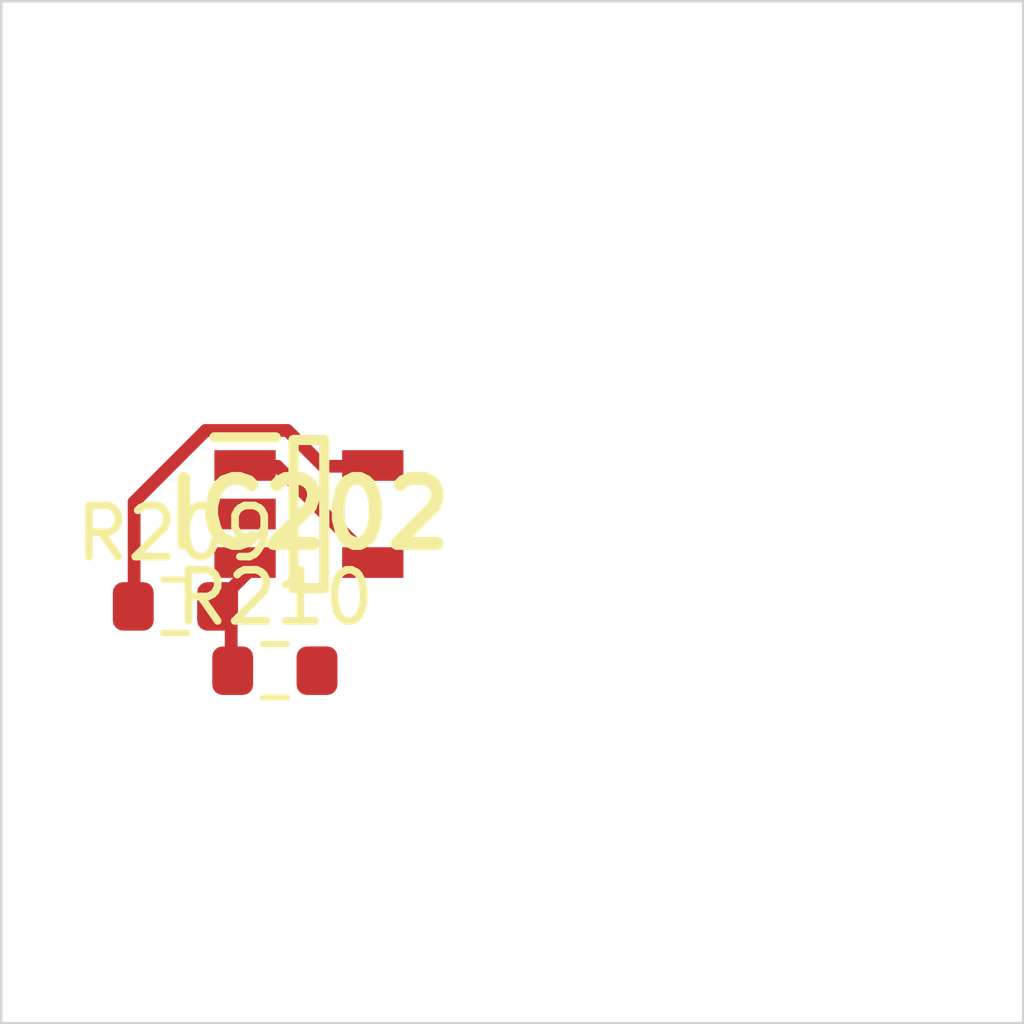
<source format=kicad_pcb>
 ( kicad_pcb  ( version 20171130 )
 ( host pcbnew 5.1.12-84ad8e8a86~92~ubuntu18.04.1 )
 ( general  ( thickness 1.6 )
 ( drawings 4 )
 ( tracks 0 )
 ( zones 0 )
 ( modules 3 )
 ( nets 5 )
)
 ( page A4 )
 ( layers  ( 0 F.Cu signal )
 ( 31 B.Cu signal )
 ( 32 B.Adhes user )
 ( 33 F.Adhes user )
 ( 34 B.Paste user )
 ( 35 F.Paste user )
 ( 36 B.SilkS user )
 ( 37 F.SilkS user )
 ( 38 B.Mask user )
 ( 39 F.Mask user )
 ( 40 Dwgs.User user )
 ( 41 Cmts.User user )
 ( 42 Eco1.User user )
 ( 43 Eco2.User user )
 ( 44 Edge.Cuts user )
 ( 45 Margin user )
 ( 46 B.CrtYd user )
 ( 47 F.CrtYd user )
 ( 48 B.Fab user )
 ( 49 F.Fab user )
)
 ( setup  ( last_trace_width 0.25 )
 ( trace_clearance 0.2 )
 ( zone_clearance 0.508 )
 ( zone_45_only no )
 ( trace_min 0.2 )
 ( via_size 0.8 )
 ( via_drill 0.4 )
 ( via_min_size 0.4 )
 ( via_min_drill 0.3 )
 ( uvia_size 0.3 )
 ( uvia_drill 0.1 )
 ( uvias_allowed no )
 ( uvia_min_size 0.2 )
 ( uvia_min_drill 0.1 )
 ( edge_width 0.05 )
 ( segment_width 0.2 )
 ( pcb_text_width 0.3 )
 ( pcb_text_size 1.5 1.5 )
 ( mod_edge_width 0.12 )
 ( mod_text_size 1 1 )
 ( mod_text_width 0.15 )
 ( pad_size 1.524 1.524 )
 ( pad_drill 0.762 )
 ( pad_to_mask_clearance 0 )
 ( aux_axis_origin 0 0 )
 ( visible_elements FFFFFF7F )
 ( pcbplotparams  ( layerselection 0x010fc_ffffffff )
 ( usegerberextensions false )
 ( usegerberattributes true )
 ( usegerberadvancedattributes true )
 ( creategerberjobfile true )
 ( excludeedgelayer true )
 ( linewidth 0.100000 )
 ( plotframeref false )
 ( viasonmask false )
 ( mode 1 )
 ( useauxorigin false )
 ( hpglpennumber 1 )
 ( hpglpenspeed 20 )
 ( hpglpendiameter 15.000000 )
 ( psnegative false )
 ( psa4output false )
 ( plotreference true )
 ( plotvalue true )
 ( plotinvisibletext false )
 ( padsonsilk false )
 ( subtractmaskfromsilk false )
 ( outputformat 1 )
 ( mirror false )
 ( drillshape 1 )
 ( scaleselection 1 )
 ( outputdirectory "" )
)
)
 ( net 0 "" )
 ( net 1 GND )
 ( net 2 VDDA )
 ( net 3 /Sheet6235D886/vp )
 ( net 4 "Net-(IC202-Pad3)" )
 ( net_class Default "This is the default net class."  ( clearance 0.2 )
 ( trace_width 0.25 )
 ( via_dia 0.8 )
 ( via_drill 0.4 )
 ( uvia_dia 0.3 )
 ( uvia_drill 0.1 )
 ( add_net /Sheet6235D886/vp )
 ( add_net GND )
 ( add_net "Net-(IC202-Pad3)" )
 ( add_net VDDA )
)
 ( module SOT95P280X145-5N locked  ( layer F.Cu )
 ( tedit 62336ED7 )
 ( tstamp 623423ED )
 ( at 86.020900 110.035000 )
 ( descr DBV0005A )
 ( tags "Integrated Circuit" )
 ( path /6235D887/6266C08E )
 ( attr smd )
 ( fp_text reference IC202  ( at 0 0 )
 ( layer F.SilkS )
 ( effects  ( font  ( size 1.27 1.27 )
 ( thickness 0.254 )
)
)
)
 ( fp_text value TL071HIDBVR  ( at 0 0 )
 ( layer F.SilkS )
hide  ( effects  ( font  ( size 1.27 1.27 )
 ( thickness 0.254 )
)
)
)
 ( fp_line  ( start -1.85 -1.5 )
 ( end -0.65 -1.5 )
 ( layer F.SilkS )
 ( width 0.2 )
)
 ( fp_line  ( start -0.3 1.45 )
 ( end -0.3 -1.45 )
 ( layer F.SilkS )
 ( width 0.2 )
)
 ( fp_line  ( start 0.3 1.45 )
 ( end -0.3 1.45 )
 ( layer F.SilkS )
 ( width 0.2 )
)
 ( fp_line  ( start 0.3 -1.45 )
 ( end 0.3 1.45 )
 ( layer F.SilkS )
 ( width 0.2 )
)
 ( fp_line  ( start -0.3 -1.45 )
 ( end 0.3 -1.45 )
 ( layer F.SilkS )
 ( width 0.2 )
)
 ( fp_line  ( start -0.8 -0.5 )
 ( end 0.15 -1.45 )
 ( layer Dwgs.User )
 ( width 0.1 )
)
 ( fp_line  ( start -0.8 1.45 )
 ( end -0.8 -1.45 )
 ( layer Dwgs.User )
 ( width 0.1 )
)
 ( fp_line  ( start 0.8 1.45 )
 ( end -0.8 1.45 )
 ( layer Dwgs.User )
 ( width 0.1 )
)
 ( fp_line  ( start 0.8 -1.45 )
 ( end 0.8 1.45 )
 ( layer Dwgs.User )
 ( width 0.1 )
)
 ( fp_line  ( start -0.8 -1.45 )
 ( end 0.8 -1.45 )
 ( layer Dwgs.User )
 ( width 0.1 )
)
 ( fp_line  ( start -2.1 1.775 )
 ( end -2.1 -1.775 )
 ( layer Dwgs.User )
 ( width 0.05 )
)
 ( fp_line  ( start 2.1 1.775 )
 ( end -2.1 1.775 )
 ( layer Dwgs.User )
 ( width 0.05 )
)
 ( fp_line  ( start 2.1 -1.775 )
 ( end 2.1 1.775 )
 ( layer Dwgs.User )
 ( width 0.05 )
)
 ( fp_line  ( start -2.1 -1.775 )
 ( end 2.1 -1.775 )
 ( layer Dwgs.User )
 ( width 0.05 )
)
 ( pad 1 smd rect  ( at -1.25 -0.95 90.000000 )
 ( size 0.6 1.2 )
 ( layers F.Cu F.Mask F.Paste )
 ( net 3 /Sheet6235D886/vp )
)
 ( pad 2 smd rect  ( at -1.25 0 90.000000 )
 ( size 0.6 1.2 )
 ( layers F.Cu F.Mask F.Paste )
 ( net 1 GND )
)
 ( pad 3 smd rect  ( at -1.25 0.95 90.000000 )
 ( size 0.6 1.2 )
 ( layers F.Cu F.Mask F.Paste )
 ( net 4 "Net-(IC202-Pad3)" )
)
 ( pad 4 smd rect  ( at 1.25 0.95 90.000000 )
 ( size 0.6 1.2 )
 ( layers F.Cu F.Mask F.Paste )
 ( net 3 /Sheet6235D886/vp )
)
 ( pad 5 smd rect  ( at 1.25 -0.95 90.000000 )
 ( size 0.6 1.2 )
 ( layers F.Cu F.Mask F.Paste )
 ( net 2 VDDA )
)
)
 ( module Resistor_SMD:R_0603_1608Metric  ( layer F.Cu )
 ( tedit 5F68FEEE )
 ( tstamp 62342595 )
 ( at 83.408200 111.843000 )
 ( descr "Resistor SMD 0603 (1608 Metric), square (rectangular) end terminal, IPC_7351 nominal, (Body size source: IPC-SM-782 page 72, https://www.pcb-3d.com/wordpress/wp-content/uploads/ipc-sm-782a_amendment_1_and_2.pdf), generated with kicad-footprint-generator" )
 ( tags resistor )
 ( path /6235D887/623CDBD9 )
 ( attr smd )
 ( fp_text reference R209  ( at 0 -1.43 )
 ( layer F.SilkS )
 ( effects  ( font  ( size 1 1 )
 ( thickness 0.15 )
)
)
)
 ( fp_text value 100k  ( at 0 1.43 )
 ( layer F.Fab )
 ( effects  ( font  ( size 1 1 )
 ( thickness 0.15 )
)
)
)
 ( fp_line  ( start -0.8 0.4125 )
 ( end -0.8 -0.4125 )
 ( layer F.Fab )
 ( width 0.1 )
)
 ( fp_line  ( start -0.8 -0.4125 )
 ( end 0.8 -0.4125 )
 ( layer F.Fab )
 ( width 0.1 )
)
 ( fp_line  ( start 0.8 -0.4125 )
 ( end 0.8 0.4125 )
 ( layer F.Fab )
 ( width 0.1 )
)
 ( fp_line  ( start 0.8 0.4125 )
 ( end -0.8 0.4125 )
 ( layer F.Fab )
 ( width 0.1 )
)
 ( fp_line  ( start -0.237258 -0.5225 )
 ( end 0.237258 -0.5225 )
 ( layer F.SilkS )
 ( width 0.12 )
)
 ( fp_line  ( start -0.237258 0.5225 )
 ( end 0.237258 0.5225 )
 ( layer F.SilkS )
 ( width 0.12 )
)
 ( fp_line  ( start -1.48 0.73 )
 ( end -1.48 -0.73 )
 ( layer F.CrtYd )
 ( width 0.05 )
)
 ( fp_line  ( start -1.48 -0.73 )
 ( end 1.48 -0.73 )
 ( layer F.CrtYd )
 ( width 0.05 )
)
 ( fp_line  ( start 1.48 -0.73 )
 ( end 1.48 0.73 )
 ( layer F.CrtYd )
 ( width 0.05 )
)
 ( fp_line  ( start 1.48 0.73 )
 ( end -1.48 0.73 )
 ( layer F.CrtYd )
 ( width 0.05 )
)
 ( fp_text user %R  ( at 0 0 )
 ( layer F.Fab )
 ( effects  ( font  ( size 0.4 0.4 )
 ( thickness 0.06 )
)
)
)
 ( pad 1 smd roundrect  ( at -0.825 0 )
 ( size 0.8 0.95 )
 ( layers F.Cu F.Mask F.Paste )
 ( roundrect_rratio 0.25 )
 ( net 2 VDDA )
)
 ( pad 2 smd roundrect  ( at 0.825 0 )
 ( size 0.8 0.95 )
 ( layers F.Cu F.Mask F.Paste )
 ( roundrect_rratio 0.25 )
 ( net 4 "Net-(IC202-Pad3)" )
)
 ( model ${KISYS3DMOD}/Resistor_SMD.3dshapes/R_0603_1608Metric.wrl  ( at  ( xyz 0 0 0 )
)
 ( scale  ( xyz 1 1 1 )
)
 ( rotate  ( xyz 0 0 0 )
)
)
)
 ( module Resistor_SMD:R_0603_1608Metric  ( layer F.Cu )
 ( tedit 5F68FEEE )
 ( tstamp 623425A6 )
 ( at 85.354100 113.101000 )
 ( descr "Resistor SMD 0603 (1608 Metric), square (rectangular) end terminal, IPC_7351 nominal, (Body size source: IPC-SM-782 page 72, https://www.pcb-3d.com/wordpress/wp-content/uploads/ipc-sm-782a_amendment_1_and_2.pdf), generated with kicad-footprint-generator" )
 ( tags resistor )
 ( path /6235D887/623CDBDF )
 ( attr smd )
 ( fp_text reference R210  ( at 0 -1.43 )
 ( layer F.SilkS )
 ( effects  ( font  ( size 1 1 )
 ( thickness 0.15 )
)
)
)
 ( fp_text value 100k  ( at 0 1.43 )
 ( layer F.Fab )
 ( effects  ( font  ( size 1 1 )
 ( thickness 0.15 )
)
)
)
 ( fp_line  ( start 1.48 0.73 )
 ( end -1.48 0.73 )
 ( layer F.CrtYd )
 ( width 0.05 )
)
 ( fp_line  ( start 1.48 -0.73 )
 ( end 1.48 0.73 )
 ( layer F.CrtYd )
 ( width 0.05 )
)
 ( fp_line  ( start -1.48 -0.73 )
 ( end 1.48 -0.73 )
 ( layer F.CrtYd )
 ( width 0.05 )
)
 ( fp_line  ( start -1.48 0.73 )
 ( end -1.48 -0.73 )
 ( layer F.CrtYd )
 ( width 0.05 )
)
 ( fp_line  ( start -0.237258 0.5225 )
 ( end 0.237258 0.5225 )
 ( layer F.SilkS )
 ( width 0.12 )
)
 ( fp_line  ( start -0.237258 -0.5225 )
 ( end 0.237258 -0.5225 )
 ( layer F.SilkS )
 ( width 0.12 )
)
 ( fp_line  ( start 0.8 0.4125 )
 ( end -0.8 0.4125 )
 ( layer F.Fab )
 ( width 0.1 )
)
 ( fp_line  ( start 0.8 -0.4125 )
 ( end 0.8 0.4125 )
 ( layer F.Fab )
 ( width 0.1 )
)
 ( fp_line  ( start -0.8 -0.4125 )
 ( end 0.8 -0.4125 )
 ( layer F.Fab )
 ( width 0.1 )
)
 ( fp_line  ( start -0.8 0.4125 )
 ( end -0.8 -0.4125 )
 ( layer F.Fab )
 ( width 0.1 )
)
 ( fp_text user %R  ( at 0 0 )
 ( layer F.Fab )
 ( effects  ( font  ( size 0.4 0.4 )
 ( thickness 0.06 )
)
)
)
 ( pad 2 smd roundrect  ( at 0.825 0 )
 ( size 0.8 0.95 )
 ( layers F.Cu F.Mask F.Paste )
 ( roundrect_rratio 0.25 )
 ( net 1 GND )
)
 ( pad 1 smd roundrect  ( at -0.825 0 )
 ( size 0.8 0.95 )
 ( layers F.Cu F.Mask F.Paste )
 ( roundrect_rratio 0.25 )
 ( net 4 "Net-(IC202-Pad3)" )
)
 ( model ${KISYS3DMOD}/Resistor_SMD.3dshapes/R_0603_1608Metric.wrl  ( at  ( xyz 0 0 0 )
)
 ( scale  ( xyz 1 1 1 )
)
 ( rotate  ( xyz 0 0 0 )
)
)
)
 ( gr_line  ( start 100 100 )
 ( end 100 120 )
 ( layer Edge.Cuts )
 ( width 0.05 )
 ( tstamp 62E770C4 )
)
 ( gr_line  ( start 80 120 )
 ( end 100 120 )
 ( layer Edge.Cuts )
 ( width 0.05 )
 ( tstamp 62E770C0 )
)
 ( gr_line  ( start 80 100 )
 ( end 100 100 )
 ( layer Edge.Cuts )
 ( width 0.05 )
 ( tstamp 6234110C )
)
 ( gr_line  ( start 80 100 )
 ( end 80 120 )
 ( layer Edge.Cuts )
 ( width 0.05 )
)
 ( segment  ( start 82.600001 111.800002 )
 ( end 82.600001 109.800002 )
 ( width 0.250000 )
 ( layer F.Cu )
 ( net 2 )
)
 ( segment  ( start 82.600001 109.800002 )
 ( end 84.000001 108.400002 )
 ( width 0.250000 )
 ( layer F.Cu )
 ( net 2 )
)
 ( segment  ( start 84.000001 108.400002 )
 ( end 85.600001 108.400002 )
 ( width 0.250000 )
 ( layer F.Cu )
 ( net 2 )
)
 ( segment  ( start 85.600001 108.400002 )
 ( end 86.300001 109.100002 )
 ( width 0.250000 )
 ( layer F.Cu )
 ( net 2 )
)
 ( segment  ( start 86.300001 109.100002 )
 ( end 87.300001 109.100002 )
 ( width 0.250000 )
 ( layer F.Cu )
 ( net 2 )
)
 ( segment  ( start 87.300001 111.000002 )
 ( end 85.400001 109.100002 )
 ( width 0.250000 )
 ( layer F.Cu )
 ( net 3 )
)
 ( segment  ( start 85.400001 109.100002 )
 ( end 84.800001 109.100002 )
 ( width 0.250000 )
 ( layer F.Cu )
 ( net 3 )
)
 ( segment  ( start 84.200001 111.800002 )
 ( end 84.800001 111.200002 )
 ( width 0.250000 )
 ( layer F.Cu )
 ( net 4 )
)
 ( segment  ( start 84.800001 111.200002 )
 ( end 84.800001 111.000002 )
 ( width 0.250000 )
 ( layer F.Cu )
 ( net 4 )
)
 ( segment  ( start 84.500001 113.100002 )
 ( end 84.500001 112.100002 )
 ( width 0.250000 )
 ( layer F.Cu )
 ( net 4 )
)
 ( segment  ( start 84.500001 112.100002 )
 ( end 84.200001 111.800002 )
 ( width 0.250000 )
 ( layer F.Cu )
 ( net 4 )
)
)

</source>
